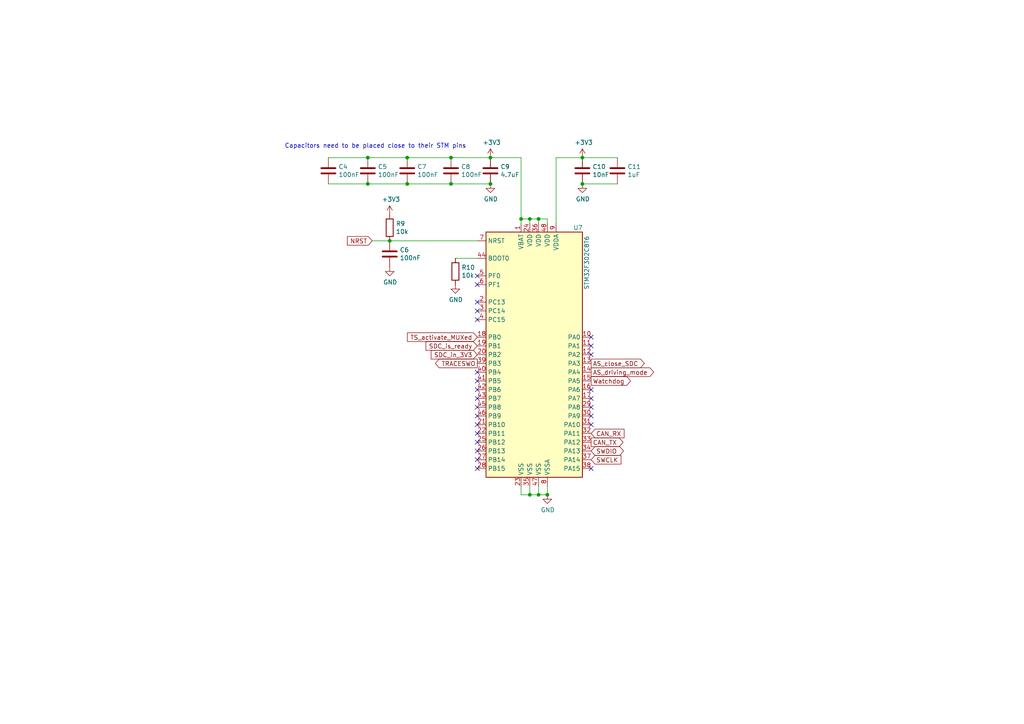
<source format=kicad_sch>
(kicad_sch (version 20211123) (generator eeschema)
  (paper "A4")
  (title_block (title "SDCL - CU") (date "2021-12-16") (rev "v1.0") (company "FaSTTUBe - Formula Student Team TU Berlin") (comment 1 "Car 113") (comment 2 "EBS Electronics") (comment 3 "CU for CAN Bus connection to supervisor"))
  (lib_symbols
    (symbol "Device:C" (pin_numbers hide) (pin_names (offset 0.254))
      (property "Reference" "C" (at 0.635 2.54 0))
      (property "Value" "C" (at 0.635 -2.54 0))
      (symbol "C_0_1"
        (polyline (pts (xy -2.032 -0.762) (xy 2.032 -0.762)) (stroke (width 0.508)))
        (polyline (pts (xy -2.032 0.762) (xy 2.032 0.762)) (stroke (width 0.508)))
      )
      (symbol "C_1_1"
        (pin passive line (at 0 3.81 270) (length 2.794) (name "~") (number "1"))
        (pin passive line (at 0 -3.81 90) (length 2.794) (name "~") (number "2"))
      )
    )
    (symbol "Device:R" (pin_numbers hide) (pin_names (offset 0))
      (property "Reference" "R" (at 2.032 0 90))
      (property "Value" "R" (at 0 0 90))
      (symbol "R_0_1"
        (rectangle (start -1.016 -2.54) (end 1.016 2.54) (stroke (width 0.254)))
      )
      (symbol "R_1_1"
        (pin passive line (at 0 3.81 270) (length 1.27) (name "~") (number "1"))
        (pin passive line (at 0 -3.81 90) (length 1.27) (name "~") (number "2"))
      )
    )
    (symbol "MCU_ST_STM32F3:STM32F302C8Tx"
      (property "Reference" "U" (at -15.24 36.83 0))
      (property "Value" "STM32F302C8Tx" (at 7.62 36.83 0))
      (symbol "STM32F302C8Tx_0_1"
        (rectangle (start -15.24 -35.56) (end 12.7 35.56) (stroke (width 0.254)) (fill (type background)))
      )
      (symbol "STM32F302C8Tx_1_1"
        (pin power_in line (at -5.08 38.1 270) (length 2.54) (name "VBAT") (number "1"))
        (pin bidirectional line (at 15.24 5.08 180) (length 2.54) (name "PA0") (number "10"))
        (pin bidirectional line (at 15.24 2.54 180) (length 2.54) (name "PA1") (number "11"))
        (pin bidirectional line (at 15.24 0 180) (length 2.54) (name "PA2") (number "12"))
        (pin bidirectional line (at 15.24 -2.54 180) (length 2.54) (name "PA3") (number "13"))
        (pin bidirectional line (at 15.24 -5.08 180) (length 2.54) (name "PA4") (number "14"))
        (pin bidirectional line (at 15.24 -7.62 180) (length 2.54) (name "PA5") (number "15"))
        (pin bidirectional line (at 15.24 -10.16 180) (length 2.54) (name "PA6") (number "16"))
        (pin bidirectional line (at 15.24 -12.7 180) (length 2.54) (name "PA7") (number "17"))
        (pin bidirectional line (at -17.78 5.08 0) (length 2.54) (name "PB0") (number "18"))
        (pin bidirectional line (at -17.78 2.54 0) (length 2.54) (name "PB1") (number "19"))
        (pin bidirectional line (at -17.78 15.24 0) (length 2.54) (name "PC13") (number "2"))
        (pin bidirectional line (at -17.78 0 0) (length 2.54) (name "PB2") (number "20"))
        (pin bidirectional line (at -17.78 -20.32 0) (length 2.54) (name "PB10") (number "21"))
        (pin bidirectional line (at -17.78 -22.86 0) (length 2.54) (name "PB11") (number "22"))
        (pin power_in line (at -5.08 -38.1 90) (length 2.54) (name "VSS") (number "23"))
        (pin power_in line (at -2.54 38.1 270) (length 2.54) (name "VDD") (number "24"))
        (pin bidirectional line (at -17.78 -25.4 0) (length 2.54) (name "PB12") (number "25"))
        (pin bidirectional line (at -17.78 -27.94 0) (length 2.54) (name "PB13") (number "26"))
        (pin bidirectional line (at -17.78 -30.48 0) (length 2.54) (name "PB14") (number "27"))
        (pin bidirectional line (at -17.78 -33.02 0) (length 2.54) (name "PB15") (number "28"))
        (pin bidirectional line (at 15.24 -15.24 180) (length 2.54) (name "PA8") (number "29"))
        (pin bidirectional line (at -17.78 12.7 0) (length 2.54) (name "PC14") (number "3"))
        (pin bidirectional line (at 15.24 -17.78 180) (length 2.54) (name "PA9") (number "30"))
        (pin bidirectional line (at 15.24 -20.32 180) (length 2.54) (name "PA10") (number "31"))
        (pin bidirectional line (at 15.24 -22.86 180) (length 2.54) (name "PA11") (number "32"))
        (pin bidirectional line (at 15.24 -25.4 180) (length 2.54) (name "PA12") (number "33"))
        (pin bidirectional line (at 15.24 -27.94 180) (length 2.54) (name "PA13") (number "34"))
        (pin power_in line (at -2.54 -38.1 90) (length 2.54) (name "VSS") (number "35"))
        (pin power_in line (at 0 38.1 270) (length 2.54) (name "VDD") (number "36"))
        (pin bidirectional line (at 15.24 -30.48 180) (length 2.54) (name "PA14") (number "37"))
        (pin bidirectional line (at 15.24 -33.02 180) (length 2.54) (name "PA15") (number "38"))
        (pin bidirectional line (at -17.78 -2.54 0) (length 2.54) (name "PB3") (number "39"))
        (pin bidirectional line (at -17.78 10.16 0) (length 2.54) (name "PC15") (number "4"))
        (pin bidirectional line (at -17.78 -5.08 0) (length 2.54) (name "PB4") (number "40"))
        (pin bidirectional line (at -17.78 -7.62 0) (length 2.54) (name "PB5") (number "41"))
        (pin bidirectional line (at -17.78 -10.16 0) (length 2.54) (name "PB6") (number "42"))
        (pin bidirectional line (at -17.78 -12.7 0) (length 2.54) (name "PB7") (number "43"))
        (pin input line (at -17.78 27.94 0) (length 2.54) (name "BOOT0") (number "44"))
        (pin bidirectional line (at -17.78 -15.24 0) (length 2.54) (name "PB8") (number "45"))
        (pin bidirectional line (at -17.78 -17.78 0) (length 2.54) (name "PB9") (number "46"))
        (pin power_in line (at 0 -38.1 90) (length 2.54) (name "VSS") (number "47"))
        (pin power_in line (at 2.54 38.1 270) (length 2.54) (name "VDD") (number "48"))
        (pin input line (at -17.78 22.86 0) (length 2.54) (name "PF0") (number "5"))
        (pin input line (at -17.78 20.32 0) (length 2.54) (name "PF1") (number "6"))
        (pin input line (at -17.78 33.02 0) (length 2.54) (name "NRST") (number "7"))
        (pin power_in line (at 2.54 -38.1 90) (length 2.54) (name "VSSA") (number "8"))
        (pin power_in line (at 5.08 38.1 270) (length 2.54) (name "VDDA") (number "9"))
      )
    )
    (symbol "power:+3.3V" (power) (pin_names (offset 0))
      (property "Value" "+3.3V" (at 0 3.556 0))
      (symbol "+3.3V_0_1"
        (polyline (pts (xy -0.762 1.27) (xy 0 2.54)))
        (polyline (pts (xy 0 0) (xy 0 2.54)))
        (polyline (pts (xy 0 2.54) (xy 0.762 1.27)))
      )
      (symbol "+3.3V_1_1"
        (pin power_in line (at 0 0 90) (length 0) hide (name "+3V3") (number "1"))
      )
    )
    (symbol "power:GND" (power) (pin_names (offset 0))
      (property "Value" "GND" (at 0 -3.81 0))
      (symbol "GND_0_1"
        (polyline (pts (xy 0 0) (xy 0 -1.27) (xy 1.27 -1.27) (xy 0 -2.54) (xy -1.27 -1.27) (xy 0 -1.27)))
      )
      (symbol "GND_1_1"
        (pin power_in line (at 0 0 270) (length 0) hide (name "GND") (number "1"))
      )
    )
  )
  (junction (at 158.75 143.51))
  (junction (at 106.68 45.72))
  (junction (at 153.67 143.51))
  (junction (at 106.68 53.34))
  (junction (at 130.81 53.34))
  (junction (at 142.24 53.34))
  (junction (at 153.67 63.5))
  (junction (at 113.03 69.85))
  (junction (at 168.91 53.34))
  (junction (at 156.21 143.51))
  (junction (at 142.24 45.72))
  (junction (at 130.81 45.72))
  (junction (at 168.91 45.72))
  (junction (at 156.21 63.5))
  (junction (at 118.11 53.34))
  (junction (at 118.11 45.72))
  (junction (at 151.13 63.5))
  (no_connect (at 171.45 135.89))
  (no_connect (at 138.43 120.65))
  (no_connect (at 171.45 120.65))
  (no_connect (at 138.43 80.01))
  (no_connect (at 138.43 107.95))
  (no_connect (at 138.43 133.35))
  (no_connect (at 171.45 113.03))
  (no_connect (at 138.43 130.81))
  (no_connect (at 138.43 135.89))
  (no_connect (at 138.43 115.57))
  (no_connect (at 138.43 123.19))
  (no_connect (at 138.43 90.17))
  (no_connect (at 171.45 100.33))
  (no_connect (at 171.45 97.79))
  (no_connect (at 171.45 102.87))
  (no_connect (at 138.43 113.03))
  (no_connect (at 138.43 82.55))
  (no_connect (at 138.43 92.71))
  (no_connect (at 171.45 118.11))
  (no_connect (at 138.43 118.11))
  (no_connect (at 138.43 87.63))
  (no_connect (at 138.43 110.49))
  (no_connect (at 138.43 128.27))
  (no_connect (at 138.43 125.73))
  (no_connect (at 171.45 123.19))
  (no_connect (at 171.45 115.57))
  (wire (pts (xy 130.81 53.34) (xy 142.24 53.34)))
  (wire (pts (xy 156.21 64.77) (xy 156.21 63.5)))
  (wire (pts (xy 106.68 45.72) (xy 95.25 45.72)))
  (wire (pts (xy 158.75 143.51) (xy 156.21 143.51)))
  (wire (pts (xy 113.03 69.85) (xy 138.43 69.85)))
  (wire (pts (xy 153.67 63.5) (xy 153.67 64.77)))
  (wire (pts (xy 156.21 140.97) (xy 156.21 143.51)))
  (wire (pts (xy 118.11 45.72) (xy 130.81 45.72)))
  (wire (pts (xy 130.81 45.72) (xy 142.24 45.72)))
  (wire (pts (xy 151.13 45.72) (xy 151.13 63.5)))
  (wire (pts (xy 156.21 143.51) (xy 153.67 143.51)))
  (wire (pts (xy 106.68 45.72) (xy 118.11 45.72)))
  (wire (pts (xy 106.68 53.34) (xy 118.11 53.34)))
  (wire (pts (xy 161.29 45.72) (xy 161.29 64.77)))
  (wire (pts (xy 95.25 53.34) (xy 106.68 53.34)))
  (wire (pts (xy 168.91 45.72) (xy 179.07 45.72)))
  (wire (pts (xy 158.75 140.97) (xy 158.75 143.51)))
  (wire (pts (xy 142.24 45.72) (xy 151.13 45.72)))
  (wire (pts (xy 151.13 140.97) (xy 151.13 143.51)))
  (wire (pts (xy 168.91 53.34) (xy 179.07 53.34)))
  (wire (pts (xy 161.29 45.72) (xy 168.91 45.72)))
  (wire (pts (xy 118.11 53.34) (xy 130.81 53.34)))
  (wire (pts (xy 153.67 140.97) (xy 153.67 143.51)))
  (wire (pts (xy 151.13 143.51) (xy 153.67 143.51)))
  (wire (pts (xy 107.95 69.85) (xy 113.03 69.85)))
  (wire (pts (xy 151.13 63.5) (xy 151.13 64.77)))
  (wire (pts (xy 156.21 63.5) (xy 153.67 63.5)))
  (wire (pts (xy 153.67 63.5) (xy 151.13 63.5)))
  (wire (pts (xy 158.75 64.77) (xy 158.75 63.5)))
  (wire (pts (xy 132.08 74.93) (xy 138.43 74.93)))
  (wire (pts (xy 158.75 63.5) (xy 156.21 63.5)))
  (text "Capacitors need to be placed close to their STM pins" (at 82.55 43.18 0) (effects (font (size 1.27 1.27)) (justify left bottom)))
  (global_label "TRACESWO" (shape output) (at 138.43 105.41 180) (property "Intersheet References" "${INTERSHEET_REFS}" (effects hide)))
  (global_label "AS_driving_mode" (shape output) (at 171.45 107.95 0) (property "Intersheet References" "${INTERSHEET_REFS}" (effects hide)))
  (global_label "AS_close_SDC" (shape output) (at 171.45 105.41 0) (property "Intersheet References" "${INTERSHEET_REFS}" (effects hide)))
  (global_label "NRST" (shape input) (at 107.95 69.85 180) (property "Intersheet References" "${INTERSHEET_REFS}" (effects hide)))
  (global_label "CAN_RX" (shape input) (at 171.45 125.73 0) (property "Intersheet References" "${INTERSHEET_REFS}" (effects hide)))
  (global_label "Watchdog" (shape output) (at 171.45 110.49 0) (property "Intersheet References" "${INTERSHEET_REFS}" (effects hide)))
  (global_label "TS_activate_MUXed" (shape input) (at 138.43 97.79 180) (property "Intersheet References" "${INTERSHEET_REFS}" (effects hide)))
  (global_label "SWDIO" (shape bidirectional) (at 171.45 130.81 0) (property "Intersheet References" "${INTERSHEET_REFS}" (effects hide)))
  (global_label "SDC_is_ready" (shape input) (at 138.43 100.33 180) (property "Intersheet References" "${INTERSHEET_REFS}" (effects hide)))
  (global_label "SWCLK" (shape input) (at 171.45 133.35 0) (property "Intersheet References" "${INTERSHEET_REFS}" (effects hide)))
  (global_label "CAN_TX" (shape output) (at 171.45 128.27 0) (property "Intersheet References" "${INTERSHEET_REFS}" (effects hide)))
  (global_label "SDC_in_3V3" (shape input) (at 138.43 102.87 180) (property "Intersheet References" "${INTERSHEET_REFS}" (effects hide)))
  (symbol (lib_id "Device:C") (at 130.81 49.53 0)
    (property "Reference" "C8" (at 133.731 48.3616 0) (effects (justify left)))
    (property "Value" "100nF" (at 133.731 50.673 0) (effects (justify left)))
    (property "Footprint" "Capacitor_SMD:C_0603_1608Metric_Pad1.05x0.95mm_HandSolder" (effects hide))
  )
  (symbol (lib_id "Device:C") (at 142.24 49.53 0)
    (property "Reference" "C9" (at 145.161 48.3616 0) (effects (justify left)))
    (property "Value" "4.7uF" (at 145.161 50.673 0) (effects (justify left)))
    (property "Footprint" "Capacitor_SMD:C_0603_1608Metric_Pad1.05x0.95mm_HandSolder" (effects hide))
  )
  (symbol (lib_id "Device:C") (at 118.11 49.53 0)
    (property "Reference" "C7" (at 121.031 48.3616 0) (effects (justify left)))
    (property "Value" "100nF" (at 121.031 50.673 0) (effects (justify left)))
    (property "Footprint" "Capacitor_SMD:C_0603_1608Metric_Pad1.05x0.95mm_HandSolder" (effects hide))
  )
  (symbol (lib_id "Device:C") (at 106.68 49.53 0)
    (property "Reference" "C5" (at 109.601 48.3616 0) (effects (justify left)))
    (property "Value" "100nF" (at 109.601 50.673 0) (effects (justify left)))
    (property "Footprint" "Capacitor_SMD:C_0603_1608Metric_Pad1.05x0.95mm_HandSolder" (effects hide))
  )
  (symbol (lib_id "Device:C") (at 95.25 49.53 0)
    (property "Reference" "C4" (at 98.171 48.3616 0) (effects (justify left)))
    (property "Value" "100nF" (at 98.171 50.673 0) (effects (justify left)))
    (property "Footprint" "Capacitor_SMD:C_0603_1608Metric_Pad1.05x0.95mm_HandSolder" (effects hide))
  )
  (symbol (lib_id "power:GND") (at 142.24 53.34 0)
    (property "Reference" "#PWR0133" (effects hide))
    (property "Value" "GND" (at 142.367 57.7342 0))
  )
  (symbol (lib_id "power:GND") (at 158.75 143.51 0)
    (property "Reference" "#PWR0140" (effects hide))
    (property "Value" "GND" (at 158.877 147.9042 0))
  )
  (symbol (lib_id "Device:C") (at 168.91 49.53 0)
    (property "Reference" "C10" (at 171.831 48.3616 0) (effects (justify left)))
    (property "Value" "10nF" (at 171.831 50.673 0) (effects (justify left)))
    (property "Footprint" "Capacitor_SMD:C_0603_1608Metric_Pad1.05x0.95mm_HandSolder" (effects hide))
  )
  (symbol (lib_id "Device:C") (at 179.07 49.53 0)
    (property "Reference" "C11" (at 181.991 48.3616 0) (effects (justify left)))
    (property "Value" "1uF" (at 181.991 50.673 0) (effects (justify left)))
    (property "Footprint" "Capacitor_SMD:C_0603_1608Metric_Pad1.05x0.95mm_HandSolder" (effects hide))
  )
  (symbol (lib_id "power:GND") (at 168.91 53.34 0)
    (property "Reference" "#PWR0134" (effects hide))
    (property "Value" "GND" (at 169.037 57.7342 0))
  )
  (symbol (lib_id "Device:R") (at 132.08 78.74 0) (unit 1)
    (property "Reference" "R10" (at 133.858 77.5716 0) (effects (justify left)))
    (property "Value" "10k" (at 133.858 79.883 0) (effects (justify left)))
    (property "Footprint" "Resistor_SMD:R_0603_1608Metric_Pad1.05x0.95mm_HandSolder" (effects hide))
  )
  (symbol (lib_id "MCU_ST_STM32F3:STM32F302C8Tx") (at 156.21 102.87 0)
    (property "Reference" "U7" (at 167.64 66.04 0))
    (property "Value" "STM32F302C8T6" (at 170.18 76.2 90))
    (property "Footprint" "Package_QFP:LQFP-48_7x7mm_P0.5mm" (effects hide))
    (property "Datasheet" "http://www.st.com/st-web-ui/static/active/en/resource/technical/document/datasheet/DM00093333.pdf" (effects hide))
  )
  (symbol (lib_id "power:GND") (at 132.08 82.55 0) (unit 1)
    (property "Reference" "#PWR0136" (effects hide))
    (property "Value" "GND" (at 132.207 86.9442 0))
  )
  (symbol (lib_id "Device:R") (at 113.03 66.04 0) (unit 1)
    (property "Reference" "R9" (at 114.808 64.8716 0) (effects (justify left)))
    (property "Value" "10k" (at 114.808 67.183 0) (effects (justify left)))
    (property "Footprint" "Resistor_SMD:R_0603_1608Metric_Pad1.05x0.95mm_HandSolder" (effects hide))
  )
  (symbol (lib_id "Device:C") (at 113.03 73.66 0) (unit 1)
    (property "Reference" "C6" (at 115.951 72.4916 0) (effects (justify left)))
    (property "Value" "100nF" (at 115.951 74.803 0) (effects (justify left)))
    (property "Footprint" "Capacitor_SMD:C_0603_1608Metric_Pad1.05x0.95mm_HandSolder" (effects hide))
  )
  (symbol (lib_id "power:GND") (at 113.03 77.47 0) (unit 1)
    (property "Reference" "#PWR0135" (effects hide))
    (property "Value" "GND" (at 113.157 81.8642 0))
  )
  (symbol (lib_id "power:+3.3V") (at 142.24 45.72 0) (unit 1)
    (property "Reference" "#PWR0137" (effects hide))
    (property "Value" "+3.3V" (at 142.621 41.3258 0))
  )
  (symbol (lib_id "power:+3.3V") (at 168.91 45.72 0) (unit 1)
    (property "Reference" "#PWR0138" (effects hide))
    (property "Value" "+3.3V" (at 169.291 41.3258 0))
  )
  (symbol (lib_id "power:+3.3V") (at 113.03 62.23 0) (unit 1)
    (property "Reference" "#PWR0139" (effects hide))
    (property "Value" "+3.3V" (at 113.411 57.8358 0))
  )
)
</source>
